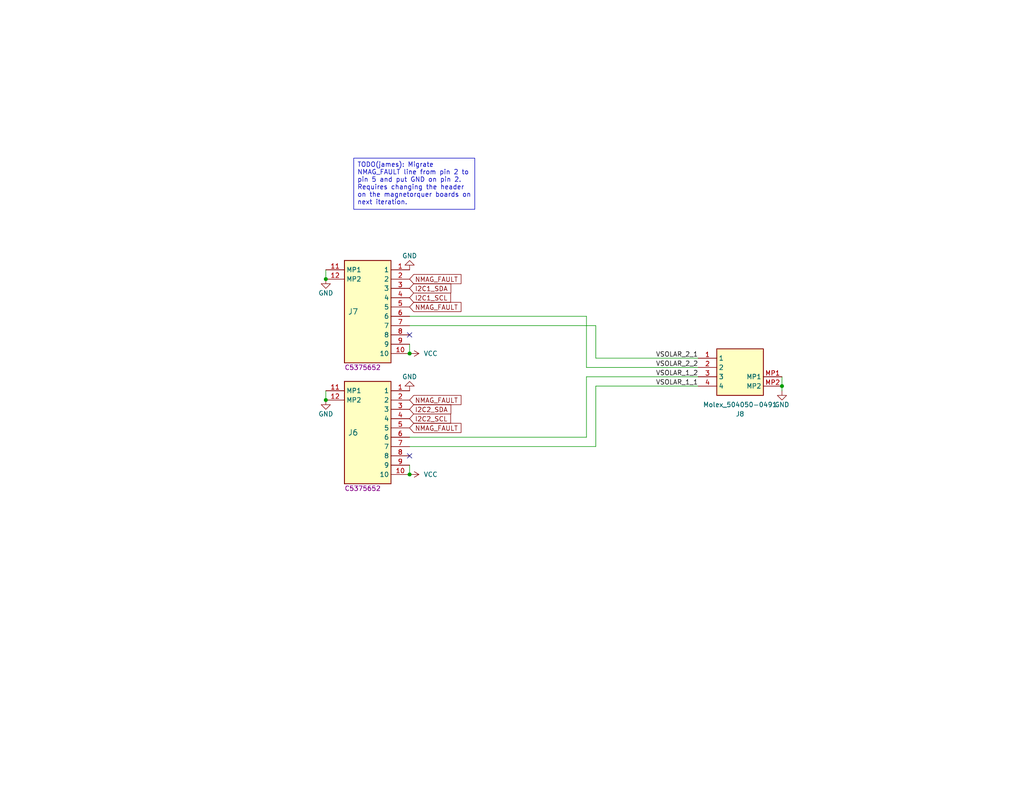
<source format=kicad_sch>
(kicad_sch (version 20230121) (generator eeschema)
  (paper "USLetter")
  (lib_symbols
    (symbol "TVSC:Molex_504050-0491"
      (property "Reference" "J" (at 19.05 7.62 0))
      (property "Value" "Molex_504050-0491" (at 19.05 5.08 0))
      (symbol "Molex_504050-0491_1_1"
        (rectangle (start 5.08 2.54) (end 17.78 -10.16) (stroke (width 0.254)) (fill (type background)))
        (pin passive line (at 0 -7.62 0) (length 5.08) (name "1") (number "1"))
        (pin passive line (at 0 -5.08 0) (length 5.08) (name "2") (number "2"))
        (pin passive line (at 0 -2.54 0) (length 5.08) (name "3") (number "3"))
        (pin passive line (at 0 0 0) (length 5.08) (name "4") (number "4"))
        (pin passive line (at 22.86 -2.54 180) (length 5.08) (name "MP1") (number "MP1"))
        (pin passive line (at 22.86 0 180) (length 5.08) (name "MP2") (number "MP2"))
      )
    )
    (symbol "TVSC:Molex_504050-1091"
      (property "Reference" "J" (at 5.08 7.62 0))
      (property "Value" "Molex_504050-1091" (at 5.08 5.08 0))
      (property "MPN" "C5375652" (at 17.78 -26.67 0))
      (symbol "Molex_504050-1091_1_1"
        (rectangle (start 5.08 2.54) (end 17.78 -25.4) (stroke (width 0.254)) (fill (type background)))
        (pin passive line (at 0 0 0) (length 5.08) (name "1") (number "1"))
        (pin passive line (at 0 -22.86 0) (length 5.08) (name "10") (number "10"))
        (pin passive line (at 22.86 0 180) (length 5.08) (name "MP1") (number "11"))
        (pin passive line (at 22.86 -2.54 180) (length 5.08) (name "MP2") (number "12"))
        (pin passive line (at 0 -2.54 0) (length 5.08) (name "2") (number "2"))
        (pin passive line (at 0 -5.08 0) (length 5.08) (name "3") (number "3"))
        (pin passive line (at 0 -7.62 0) (length 5.08) (name "4") (number "4"))
        (pin passive line (at 0 -10.16 0) (length 5.08) (name "5") (number "5"))
        (pin passive line (at 0 -12.7 0) (length 5.08) (name "6") (number "6"))
        (pin passive line (at 0 -15.24 0) (length 5.08) (name "7") (number "7"))
        (pin passive line (at 0 -17.78 0) (length 5.08) (name "8") (number "8"))
        (pin passive line (at 0 -20.32 0) (length 5.08) (name "9") (number "9"))
      )
    )
    (symbol "power:GND" (power) (pin_names (offset 0))
      (property "Value" "GND" (at 0 -3.81 0))
      (symbol "GND_0_1"
        (polyline (pts (xy 0 0) (xy 0 -1.27) (xy 1.27 -1.27) (xy 0 -2.54) (xy -1.27 -1.27) (xy 0 -1.27)))
      )
      (symbol "GND_1_1"
        (pin power_in line (at 0 0 270) (length 0) hide (name "GND") (number "1"))
      )
    )
    (symbol "power:VCC" (power) (pin_names (offset 0))
      (property "Value" "VCC" (at 0 3.81 0))
      (symbol "VCC_0_1"
        (polyline (pts (xy -0.762 1.27) (xy 0 2.54)))
        (polyline (pts (xy 0 0) (xy 0 2.54)))
        (polyline (pts (xy 0 2.54) (xy 0.762 1.27)))
      )
      (symbol "VCC_1_1"
        (pin power_in line (at 0 0 90) (length 0) hide (name "VCC") (number "1"))
      )
    )
  )
  (junction (at 111.76 96.52))
  (junction (at 213.36 105.41))
  (junction (at 111.76 129.54))
  (junction (at 88.9 76.2))
  (junction (at 88.9 109.22))
  (no_connect (at 111.76 91.44))
  (no_connect (at 111.76 124.46))
  (wire (pts (xy 190.5 102.87) (xy 160.02 102.87)))
  (wire (pts (xy 111.76 127) (xy 111.76 129.54)))
  (wire (pts (xy 160.02 119.38) (xy 111.76 119.38)))
  (wire (pts (xy 88.9 73.66) (xy 88.9 76.2)))
  (wire (pts (xy 162.56 97.79) (xy 190.5 97.79)))
  (wire (pts (xy 111.76 93.98) (xy 111.76 96.52)))
  (wire (pts (xy 111.76 86.36) (xy 160.02 86.36)))
  (wire (pts (xy 160.02 86.36) (xy 160.02 100.33)))
  (wire (pts (xy 162.56 88.9) (xy 111.76 88.9)))
  (wire (pts (xy 190.5 105.41) (xy 162.56 105.41)))
  (wire (pts (xy 213.36 105.41) (xy 213.36 106.68)))
  (wire (pts (xy 162.56 105.41) (xy 162.56 121.92)))
  (wire (pts (xy 160.02 102.87) (xy 160.02 119.38)))
  (wire (pts (xy 88.9 106.68) (xy 88.9 109.22)))
  (wire (pts (xy 162.56 88.9) (xy 162.56 97.79)))
  (wire (pts (xy 213.36 102.87) (xy 213.36 105.41)))
  (wire (pts (xy 190.5 100.33) (xy 160.02 100.33)))
  (wire (pts (xy 162.56 121.92) (xy 111.76 121.92)))
  (text_box "TODO(james): Migrate NMAG_FAULT line from pin 2 to pin 5 and put GND on pin 2. Requires changing the header on the magnetorquer boards on next iteration." (at 96.52 43.18 0) (size 33.02 13.97) (effects (font (size 1.27 1.27)) (justify left top)))
  (label "VSOLAR_1_2" (at 190.5 102.87 180))
  (label "VSOLAR_1_1" (at 190.5 105.41 180))
  (label "VSOLAR_2_2" (at 190.5 100.33 180))
  (label "VSOLAR_2_1" (at 190.5 97.79 180))
  (global_label "NMAG_FAULT" (shape input) (at 111.76 83.82 0) (property "Intersheetrefs" "${INTERSHEET_REFS}" (effects hide)))
  (global_label "I2C2_SDA" (shape input) (at 111.76 111.76 0) (property "Intersheetrefs" "${INTERSHEET_REFS}" (effects hide)))
  (global_label "I2C1_SDA" (shape input) (at 111.76 78.74 0) (property "Intersheetrefs" "${INTERSHEET_REFS}" (effects hide)))
  (global_label "NMAG_FAULT" (shape input) (at 111.76 76.2 0) (property "Intersheetrefs" "${INTERSHEET_REFS}" (effects hide)))
  (global_label "NMAG_FAULT" (shape input) (at 111.76 116.84 0) (property "Intersheetrefs" "${INTERSHEET_REFS}" (effects hide)))
  (global_label "I2C1_SCL" (shape input) (at 111.76 81.28 0) (property "Intersheetrefs" "${INTERSHEET_REFS}" (effects hide)))
  (global_label "I2C2_SCL" (shape input) (at 111.76 114.3 0) (property "Intersheetrefs" "${INTERSHEET_REFS}" (effects hide)))
  (global_label "NMAG_FAULT" (shape input) (at 111.76 109.22 0) (property "Intersheetrefs" "${INTERSHEET_REFS}" (effects hide)))
  (symbol (lib_id "power:GND") (at 88.9 109.22 0) (mirror y) (unit 1)
    (property "Reference" "#PWR048" (effects hide))
    (property "Value" "GND" (at 88.9 113.03 0))
  )
  (symbol (lib_id "power:GND") (at 88.9 76.2 0) (mirror y) (unit 1)
    (property "Reference" "#PWR040" (effects hide))
    (property "Value" "GND" (at 88.9 80.01 0))
  )
  (symbol (lib_id "TVSC:Molex_504050-1091") (at 111.76 106.68 0) (mirror y) (unit 1)
    (property "Reference" "J6" (at 97.79 118.11 0) (effects (font (size 1.524 1.524)) (justify left)))
    (property "Value" "Molex_504050-0891" (effects hide))
    (property "Footprint" "footprints:Molex_504050-1091" (effects hide))
    (property "Datasheet" "https://datasheet.datasheetarchive.com/originals/distributors/Datasheets_SAMA/78973205e9f4d17ddd54ea229574413e.pdf" (effects hide))
    (property "MPN" "C5375652" (at 93.98 133.35 0) (effects (justify right)))
    (property "Manufacturer" "Molex" (effects hide))
    (property "Manufacturer Part Number" "504050-1091" (effects hide))
    (property "Active" "Y" (effects hide))
    (property "Basic or Extended Component" "Extended" (effects hide))
  )
  (symbol (lib_id "TVSC:Molex_504050-0491") (at 190.5 105.41 0) (mirror x) (unit 1)
    (property "Reference" "J8" (at 201.93 113.03 0))
    (property "Value" "Molex_504050-0491" (at 201.93 110.49 0))
    (property "Footprint" "footprints:Molex_504050-0491" (effects hide))
    (property "Datasheet" "http://www.molex.com/pdm_docs/sd/5040500491_sd.pdf" (effects hide))
    (property "Manufacturer" "Molex" (effects hide))
    (property "Manufacturer Part Number" "504050-0491" (effects hide))
    (property "MPN" "C177235" (effects hide))
    (property "Active" "Y" (effects hide))
    (property "Basic or Extended Component" "Extended" (effects hide))
  )
  (symbol (lib_id "power:VCC") (at 111.76 96.52 270) (unit 1)
    (property "Reference" "#PWR050" (effects hide))
    (property "Value" "VCC" (at 115.57 96.52 90) (effects (justify left)))
  )
  (symbol (lib_id "TVSC:Molex_504050-1091") (at 111.76 73.66 0) (mirror y) (unit 1)
    (property "Reference" "J7" (at 97.79 85.09 0) (effects (font (size 1.524 1.524)) (justify left)))
    (property "Value" "Molex_504050-0891" (effects hide))
    (property "Footprint" "footprints:Molex_504050-1091" (effects hide))
    (property "Datasheet" "https://datasheet.datasheetarchive.com/originals/distributors/Datasheets_SAMA/78973205e9f4d17ddd54ea229574413e.pdf" (effects hide))
    (property "MPN" "C5375652" (at 93.98 100.33 0) (effects (justify right)))
    (property "Manufacturer" "Molex" (effects hide))
    (property "Manufacturer Part Number" "504050-1091" (effects hide))
    (property "Active" "Y" (effects hide))
    (property "Basic or Extended Component" "Extended" (effects hide))
  )
  (symbol (lib_id "power:GND") (at 111.76 73.66 0) (mirror x) (unit 1)
    (property "Reference" "#PWR049" (effects hide))
    (property "Value" "GND" (at 111.76 69.85 0))
  )
  (symbol (lib_id "power:GND") (at 213.36 106.68 0) (mirror y) (unit 1)
    (property "Reference" "#PWR065" (effects hide))
    (property "Value" "GND" (at 213.36 110.49 0))
  )
  (symbol (lib_id "power:GND") (at 111.76 106.68 0) (mirror x) (unit 1)
    (property "Reference" "#PWR064" (effects hide))
    (property "Value" "GND" (at 111.76 102.87 0))
  )
  (symbol (lib_id "power:VCC") (at 111.76 129.54 270) (unit 1)
    (property "Reference" "#PWR055" (effects hide))
    (property "Value" "VCC" (at 115.57 129.54 90) (effects (justify left)))
  )
)
</source>
